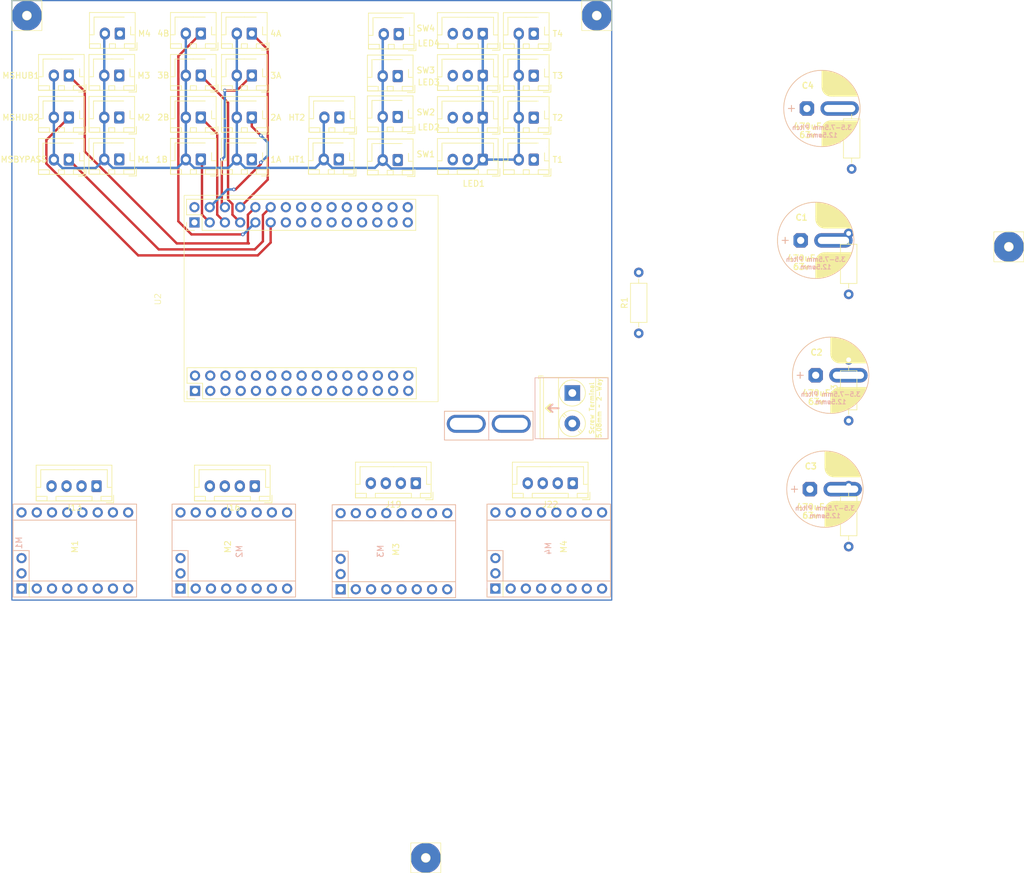
<source format=kicad_pcb>
(kicad_pcb (version 20241229) (generator "pcbnew") (generator_version "9.0")
  (layers (0 "F.Cu" signal) (2 "B.Cu" signal) (13 "F.Paste" user) (15 "B.Paste" user) (5 "F.SilkS" user "F.Silkscreen") (7 "B.SilkS" user "B.Silkscreen") (1 "F.Mask" user) (3 "B.Mask" user) (25 "Edge.Cuts" user))
  (net 0 "")
  (net 1 "GND")
  (net 2 "/M_UART")
  (net 3 "/UART_RX")
  (net 4 "+3V3")
  (net 5 "/AMotor/A2")
  (net 6 "/AMotor/B2")
  (net 7 "/AMotor/A1")
  (net 8 "/AMotor/B1")
  (net 9 "/BMotor/B2")
  (net 10 "/BMotor/B1")
  (net 11 "/BMotor/A2")
  (net 12 "/BMotor/A1")
  (net 13 "/CMotor/A2")
  (net 14 "/CMotor/B2")
  (net 15 "/CMotor/A1")
  (net 16 "/CMotor/B1")
  (net 18 "/M_VBUS")
  (net 24 "/3V3")
  (net 31 "/VIN")
  (net 32 "/SW_1")
  (net 33 "/DMotor/A1")
  (net 34 "/DMotor/A2")
  (net 35 "/DMotor/B1")
  (net 36 "/MS_1A")
  (net 37 "/MS_2A")
  (net 38 "/MS_3A")
  (net 39 "/MS_4A")
  (net 40 "/MS_1B")
  (net 41 "/MS_2B")
  (net 42 "/MS_3B")
  (net 43 "/MS_4B")
  (net 44 "/MB_EN")
  (net 45 "/MA_EN")
  (net 46 "/DC_3")
  (net 47 "/DC_4")
  (net 48 "/MA_STEP")
  (net 49 "/LED_3")
  (net 50 "/MD_STEP")
  (net 51 "/MD_EN")
  (net 52 "/LED_2")
  (net 53 "/MD_DIR")
  (net 54 "/LED_1")
  (net 55 "/LED_4")
  (net 56 "/MA_DIR")
  (net 57 "/DC_2")
  (net 58 "/DC_1")
  (net 63 "/MB_DIR")
  (net 64 "/MB_STEP")
  (net 65 "/MC_DIR")
  (net 66 "/MC_EN")
  (net 67 "/MC_STEP")
  (net 68 "/DMotor/B2")
  (net 69 "/SW_2")
  (net 70 "/SW_3")
  (net 71 "/MS_HUB1")
  (net 72 "/MS_HUB2")
  (net 73 "/MS_BYPASS")
  (net 74 "/SW_4")
  (net 75 "/CMotor/UART")
  (net 77 "/MA_DIAG")
  (net 78 "/THM_2")
  (net 80 "/THM_3")
  (net 81 "/MC_DIAG")
  (net 83 "/HT_C1")
  (net 89 "/MD_DIAG")
  (net 90 "/THM_1")
  (net 92 "/THM_4")
  (net 96 "/MB_DIAG")
  (net 99 "/HT_C2")
  (net 101 "/SP2")
  (net 102 "/SP1")
  (net 103 "/SP3")
  (net 104 "/SP4")
  (net 105 "/5V")
  (footprint "Resistor_THT:R_Axial_DIN0207_L6.3mm_D2.5mm_P10.16mm_Horizontal" (layer "F.Cu") (at 204.5 105.5 90)
    (property "Reference" "R1")
    (property "Value" "1kΩ")
  )
  (footprint "Connector_JST:JST_XH_B2B-XH-AM_1x02_P2.50mm_Vertical" (layer "F.Cu") (at 117.9 69.5 180)
    (property "Reference" "J12" (hide yes))
    (property "Value" "M2")
  )
  (footprint "OpenA1K:Mountinghole_m1.5" (layer "F.Cu") (at 266.203066 91.065)
    (property "Reference" "H2" (hide yes))
    (property "Value" "M1.5" (hide yes))
  )
  (footprint "Connector_JST:JST_XH_B2B-XH-AM_1x02_P2.50mm_Vertical" (layer "F.Cu") (at 118 55.5 180)
    (property "Reference" "J14" (hide yes))
    (property "Value" "M4")
  )
  (footprint "Connector_JST:JST_XH_B2B-XH-AM_1x02_P2.50mm_Vertical" (layer "F.Cu") (at 187 55.525 180)
    (property "Reference" "JS5" (hide yes))
    (property "Value" "T4")
  )
  (footprint "OpenA1K:TMC2209 Footprint" (layer "F.Cu") (at 128.11 148.08 90)
    (property "Reference" "M2")
    (property "Value" "TMC2209 Breakout" (hide yes))
  )
  (footprint "Resistor_THT:R_Axial_DIN0207_L6.3mm_D2.5mm_P10.16mm_Horizontal" (layer "F.Cu") (at 239.5 120.08 90)
    (property "Reference" "R3")
    (property "Value" "10kΩ")
  )
  (footprint "OpenA1K:Mountinghole_m1.5" (layer "F.Cu") (at 197.5 52.5)
    (property "Reference" "H5" (hide yes))
    (property "Value" "M1.5" (hide yes))
  )
  (footprint "Connector_JST:JST_XH_B3B-XH-A_1x03_P2.50mm_Vertical" (layer "F.Cu") (at 178.5 76.525 180)
    (property "Reference" "J5" (hide yes))
    (property "Value" "LED1")
  )
  (footprint "Connector_JST:JST_XH_B2B-XH-AM_1x02_P2.50mm_Vertical" (layer "F.Cu") (at 140 69.5 180)
    (property "Reference" "J2" (hide yes))
    (property "Value" "2A")
  )
  (footprint "Connector_JST:JST_XH_B2B-XH-AM_1x02_P2.50mm_Vertical" (layer "F.Cu") (at 164.321934 62.599 180)
    (property "Reference" "J24" (hide yes))
    (property "Value" "SW3")
  )
  (footprint "OpenA1K:Mountinghole_m1.5" (layer "F.Cu") (at 102.5 52.5)
    (property "Reference" "H1" (hide yes))
    (property "Value" "M1.5" (hide yes))
  )
  (footprint "Connector_JST:JST_XH_B2B-XH-AM_1x02_P2.50mm_Vertical" (layer "F.Cu") (at 117.9 62.5 180)
    (property "Reference" "J15" (hide yes))
    (property "Value" "M3")
  )
  (footprint "Connector_JST:JST_XH_B2B-XH-AM_1x02_P2.50mm_Vertical" (layer "F.Cu") (at 164.321934 69.409 180)
    (property "Reference" "J23" (hide yes))
    (property "Value" "SW2")
  )
  (footprint "Connector_JST:JST_XH_B2B-XH-AM_1x02_P2.50mm_Vertical" (layer "F.Cu") (at 140 62.5 180)
    (property "Reference" "J3" (hide yes))
    (property "Value" "3A")
  )
  (footprint "Connector_JST:JST_XH_B2B-XH-AM_1x02_P2.50mm_Vertical" (layer "F.Cu") (at 187 62.525 180)
    (property "Reference" "J31" (hide yes))
    (property "Value" "T3")
  )
  (footprint "OpenA1K:TMC2209 Footprint" (layer "F.Cu") (at 154.8 148.2 90)
    (property "Reference" "M3")
    (property "Value" "TMC2209 Breakout" (hide yes))
  )
  (footprint "Resistor_THT:R_Axial_DIN0207_L6.3mm_D2.5mm_P10.16mm_Horizontal" (layer "F.Cu") (at 240 78.08 90)
    (property "Reference" "R5")
    (property "Value" "10kΩ")
  )
  (footprint "Connector_JST:JST_XH_B2B-XH-AM_1x02_P2.50mm_Vertical" (layer "F.Cu") (at 164.321934 76.599 180)
    (property "Reference" "J21" (hide yes))
    (property "Value" "SW1")
  )
  (footprint "Connector_JST:JST_XH_B2B-XH-AM_1x02_P2.50mm_Vertical" (layer "F.Cu") (at 109.5 76.525 180)
    (property "Reference" "J27" (hide yes))
    (property "Value" "MSBYPASS")
  )
  (footprint "Connector_JST:JST_XH_B2B-XH-AM_1x02_P2.50mm_Vertical" (layer "F.Cu") (at 131.5 76.5 180)
    (property "Reference" "J6" (hide yes))
    (property "Value" "1B")
  )
  (footprint "OpenA1K:Socketed MCU STM32 64P" (layer "F.Cu") (at 168.386288 116.9722 90)
    (property "Reference" "U2")
    (property "Value" "~")
  )
  (footprint "Connector_JST:JST_XH_B2B-XH-AM_1x02_P2.50mm_Vertical" (layer "F.Cu") (at 187 69.525 180)
    (property "Reference" "J30" (hide yes))
    (property "Value" "T2")
  )
  (footprint "OpenA1K:1x2 Terminal Block" (layer "F.Cu") (at 193.429 115.455 -90)
    (property "Reference" "J10" (hide yes))
    (property "Value" "Screw_Terminal_01x02" (hide yes))
  )
  (footprint "Connector_JST:JST_XH_B2B-XH-AM_1x02_P2.50mm_Vertical" (layer "F.Cu") (at 109.5 62.5 180)
    (property "Reference" "J25" (hide yes))
    (property "Value" "MSHUB1")
  )
  (footprint "Connector_JST:JST_XH_B3B-XH-A_1x03_P2.50mm_Vertical" (layer "F.Cu") (at 178.5 69.525 180)
    (property "Reference" "J17" (hide yes))
    (property "Value" "LED2")
  )
  (footprint "Connector_JST:JST_XH_B4B-XH-A_1x04_P2.50mm_Vertical" (layer "F.Cu") (at 193.5 130.5 180)
    (property "Reference" "J22")
    (property "Value" "Conn_01x04")
  )
  (footprint "Connector_JST:JST_XH_B2B-XH-AM_1x02_P2.50mm_Vertical" (layer "F.Cu") (at 131.5 69.5 180)
    (property "Reference" "J7" (hide yes))
    (property "Value" "2B")
  )
  (footprint "OpenA1K:TMC2209 Footprint" (layer "F.Cu") (at 101.61 148.08 90)
    (property "Reference" "M1")
    (property "Value" "TMC2209 Breakout" (hide yes))
  )
  (footprint "Connector_JST:JST_XH_B2B-XH-AM_1x02_P2.50mm_Vertical" (layer "F.Cu") (at 140 76.5 180)
    (property "Reference" "J1" (hide yes))
    (property "Value" "1A")
  )
  (footprint "Connector_JST:JST_XH_B2B-XH-AM_1x02_P2.50mm_Vertical" (layer "F.Cu") (at 164.5 55.599 180)
    (property "Reference" "JS4" (hide yes))
    (property "Value" "SW4")
  )
  (footprint "OpenA1K:Cap ~ 12.5, 2.5mm-7.5mm pitch" (layer "F.Cu") (at 236.5 112.5)
    (property "Reference" "C2")
    (property "Value" "470uF")
  )
  (footprint "OpenA1K:Mountinghole_m1.5" (layer "F.Cu") (at 169 193)
    (property "Reference" "H4" (hide yes))
    (property "Value" "M1.5" (hide yes))
  )
  (footprint "Connector_JST:JST_XH_B2B-XH-AM_1x02_P2.50mm_Vertical" (layer "F.Cu") (at 131.5 55.5 180)
    (property "Reference" "J9" (hide yes))
    (property "Value" "4B")
  )
  (footprint "Connector_JST:JST_XH_B2B-XH-AM_1x02_P2.50mm_Vertical" (layer "F.Cu") (at 154.5 76.5 180)
    (property "Reference" "JS6" (hide yes))
    (property "Value" "HT1")
  )
  (footprint "OpenA1K:TMC2209 Footprint" (layer "F.Cu") (at 180.61 148.08 90)
    (property "Reference" "M4")
    (property "Value" "TMC2209 Breakout" (hide yes))
  )
  (footprint "OpenA1K:Updated ATO Mini-Blade_2Post" (layer "F.Cu") (at 179.5 120.5)
    (property "Reference" "F1" (hide yes))
    (property "Value" "Mini ATO Fuse")
  )
  (footprint "Connector_JST:JST_XH_B4B-XH-A_1x04_P2.50mm_Vertical" (layer "F.Cu") (at 114.11 131 180)
    (property "Reference" "J13")
    (property "Value" "Conn_01x04")
  )
  (footprint "Connector_JST:JST_XH_B3B-XH-A_1x03_P2.50mm_Vertical" (layer "F.Cu") (at 178.5 62.525 180)
    (property "Reference" "J18" (hide yes))
    (property "Value" "LED3")
  )
  (footprint "OpenA1K:Cap ~ 12.5, 2.5mm-7.5mm pitch" (layer "F.Cu") (at 234 90)
    (property "Reference" "C1")
    (property "Value" "470uF")
  )
  (footprint "Resistor_THT:R_Axial_DIN0207_L6.3mm_D2.5mm_P10.16mm_Horizontal" (layer "F.Cu") (at 239.5 141.08 90)
    (property "Reference" "R2")
    (property "Value" "10kΩ")
  )
  (footprint "Connector_JST:JST_XH_B4B-XH-A_1x04_P2.50mm_Vertical" (layer "F.Cu") (at 140.5 131 180)
    (property "Reference" "J16")
    (property "Value" "Conn_01x04")
  )
  (footprint "Connector_JST:JST_XH_B2B-XH-AM_1x02_P2.50mm_Vertical" (layer "F.Cu") (at 140 55.5 180)
    (property "Reference" "J4" (hide yes))
    (property "Value" "4A")
  )
  (footprint "Connector_JST:JST_XH_B3B-XH-A_1x03_P2.50mm_Vertical" (layer "F.Cu") (at 178.5 55.525 180)
    (property "Reference" "J20" (hide yes))
    (property "Value" "LED4")
  )
  (footprint "Connector_JST:JST_XH_B2B-XH-AM_1x02_P2.50mm_Vertical" (layer "F.Cu") (at 131.5 62.5 180)
    (property "Reference" "J8" (hide yes))
    (property "Value" "3B")
  )
  (footprint "Connector_JST:JST_XH_B2B-XH-AM_1x02_P2.50mm_Vertical" (layer "F.Cu") (at 109.5 69.5 180)
    (property "Reference" "J26" (hide yes))
    (property "Value" "MSHUB2")
  )
  (footprint "Resistor_THT:R_Axial_DIN0207_L6.3mm_D2.5mm_P10.16mm_Horizontal" (layer "F.Cu") (at 239.5 99 90)
    (property "Reference" "R4")
    (property "Value" "10kΩ")
  )
  (footprint "OpenA1K:Cap ~ 12.5, 2.5mm-7.5mm pitch" (layer "F.Cu") (at 235.54 131.5)
    (property "Reference" "C3")
    (property "Value" "470uF")
  )
  (footprint "Connector_JST:JST_XH_B2B-XH-AM_1x02_P2.50mm_Vertical" (layer "F.Cu") (at 117.9 76.5 180)
    (property "Reference" "J11" (hide yes))
    (property "Value" "M1")
  )
  (footprint "Connector_JST:JST_XH_B2B-XH-AM_1x02_P2.50mm_Vertical" (layer "F.Cu") (at 187 76.525 180)
    (property "Reference" "J29" (hide yes))
    (property "Value" "T1")
  )
  (footprint "OpenA1K:Cap ~ 12.5, 2.5mm-7.5mm pitch" (layer "F.Cu") (at 235.04 68)
    (property "Reference" "C4")
    (property "Value" "470uF")
  )
  (footprint "Connector_JST:JST_XH_B2B-XH-AM_1x02_P2.50mm_Vertical" (layer "F.Cu") (at 154.6 69.5 180)
    (property "Reference" "JS7" (hide yes))
    (property "Value" "HT2")
  )
  (footprint "Connector_JST:JST_XH_B4B-XH-A_1x04_P2.50mm_Vertical" (layer "F.Cu") (at 167.34 130.5 180)
    (property "Reference" "J19")
    (property "Value" "Conn_01x04")
  )
  (gr_rect (start 100 50) (end 200 150) (stroke (width 0.2)) (fill no) (layer "B.Cu") (net 1))
  (segment (start 129 76.5) (end 129 69.5) (width 0.4) (layer "B.Cu") (net 1))
  (segment (start 108.401 77.926) (end 113.974 77.926) (width 0.4) (layer "B.Cu") (net 1))
  (segment (start 153.401 77.901) (end 160.519934 77.901) (width 0.4) (layer "B.Cu") (net 1))
  (segment (start 129 69.5) (end 129 62.5) (width 0.4) (layer "B.Cu") (net 1))
  (segment (start 115.4 55.6) (end 115.5 55.5) (width 0.4) (layer "B.Cu") (net 1))
  (segment (start 130.401 77.901) (end 136.099 77.901) (width 0.4) (layer "B.Cu") (net 1))
  (segment (start 178.5 76.525) (end 178.5 69.525) (width 0.4) (layer "B.Cu") (net 1))
  (segment (start 115.4 76.5) (end 115.4 69.5) (width 0.4) (layer "B.Cu") (net 1))
  (segment (start 161.821934 69.409) (end 161.821934 62.599) (width 0.4) (layer "B.Cu") (net 1))
  (segment (start 129 62.5) (end 129 55.5) (width 0.4) (layer "B.Cu") (net 1))
  (segment (start 137.5 76.5) (end 137.5 69.5) (width 0.4) (layer "B.Cu") (net 1))
  (segment (start 163.222934 78) (end 177.025 78) (width 0.4) (layer "B.Cu") (net 1))
  (segment (start 127.599 77.901) (end 129 76.5) (width 0.4) (layer "B.Cu") (net 1))
  (segment (start 116.801 77.901) (end 127.599 77.901) (width 0.4) (layer "B.Cu") (net 1))
  (segment (start 107 76.525) (end 108.401 77.926) (width 0.4) (layer "B.Cu") (net 1))
  (segment (start 184.5 76.525) (end 184.5 69.525) (width 0.4) (layer "B.Cu") (net 1))
  (segment (start 184.5 62.525) (end 184.5 55.525) (width 0.4) (layer "B.Cu") (net 1))
  (segment (start 150.599 77.901) (end 152 76.5) (width 0.4) (layer "B.Cu") (net 1))
  (segment (start 138.901 77.901) (end 150.599 77.901) (width 0.4) (layer "B.Cu") (net 1))
  (segment (start 161.821934 55.777066) (end 162 55.599) (width 0.4) (layer "B.Cu") (net 1))
  (segment (start 178.5 69.525) (end 178.5 62.525) (width 0.4) (layer "B.Cu") (net 1))
  (segment (start 137.5 69.5) (end 137.5 62.5) (width 0.4) (layer "B.Cu") (net 1))
  (segment (start 161.821934 62.599) (end 161.821934 55.777066) (width 0.4) (layer "B.Cu") (net 1))
  (segment (start 136.099 77.901) (end 137.5 76.5) (width 0.4) (layer "B.Cu") (net 1))
  (segment (start 161.821934 76.599) (end 161.821934 69.409) (width 0.4) (layer "B.Cu") (net 1))
  (segment (start 129 76.5) (end 130.401 77.901) (width 0.4) (layer "B.Cu") (net 1))
  (segment (start 152 76.5) (end 153.401 77.901) (width 0.4) (layer "B.Cu") (net 1))
  (segment (start 178.5 76.525) (end 184.5 76.525) (width 0.4) (layer "B.Cu") (net 1))
  (segment (start 107 69.5) (end 107 76.525) (width 0.4) (layer "B.Cu") (net 1))
  (segment (start 177.025 78) (end 178.5 76.525) (width 0.4) (layer "B.Cu") (net 1))
  (segment (start 115.4 69.5) (end 115.4 62.5) (width 0.4) (layer "B.Cu") (net 1))
  (segment (start 152 76.5) (end 152 69.6) (width 0.4) (layer "B.Cu") (net 1))
  (segment (start 113.974 77.926) (end 115.4 76.5) (width 0.4) (layer "B.Cu") (net 1))
  (segment (start 115.4 62.5) (end 115.4 55.6) (width 0.4) (layer "B.Cu") (net 1))
  (segment (start 178.5 62.525) (end 178.5 55.525) (width 0.4) (layer "B.Cu") (net 1))
  (segment (start 107 62.5) (end 107 69.5) (width 0.4) (layer "B.Cu") (net 1))
  (segment (start 152 69.6) (end 152.1 69.5) (width 0.4) (layer "B.Cu") (net 1))
  (segment (start 115.4 76.5) (end 116.801 77.901) (width 0.4) (layer "B.Cu") (net 1))
  (segment (start 160.519934 77.901) (end 161.821934 76.599) (width 0.4) (layer "B.Cu") (net 1))
  (segment (start 137.5 62.5) (end 137.5 55.5) (width 0.4) (layer "B.Cu") (net 1))
  (segment (start 137.5 76.5) (end 138.901 77.901) (width 0.4) (layer "B.Cu") (net 1))
  (segment (start 161.821934 76.599) (end 163.222934 78) (width 0.4) (layer "B.Cu") (net 1))
  (segment (start 184.5 69.525) (end 184.5 62.525) (width 0.4) (layer "B.Cu") (net 1))
  (segment (start 140 71) (end 141.5 72.5) (width 0.4) (layer "F.Cu") (net 37))
  (segment (start 141.5 77) (end 141.5 77.27758) (width 0.4) (layer "F.Cu") (net 37))
  (segment (start 137.27758 81.5) (end 137 81.5) (width 0.4) (layer "F.Cu") (net 37))
  (segment (start 141.5 77.27758) (end 137.27758 81.5) (width 0.4) (layer "F.Cu") (net 37))
  (segment (start 140 69.5) (end 140 71) (width 0.4) (layer "F.Cu") (net 37))
  (via (at 137 81.5) (size 0.6) (drill 0.3) (layers "F.Cu" "B.Cu") (net 37))
  (via (at 141.5 72.5) (size 0.6) (drill 0.3) (layers "F.Cu" "B.Cu") (net 37))
  (via (at 141.5 77) (size 0.6) (drill 0.3) (layers "F.Cu" "B.Cu") (net 37))
  (segment (start 141.5 72.5) (end 142.651 73.651) (width 0.4) (layer "B.Cu") (net 37))
  (segment (start 142.651 73.651) (end 142.651 75.849) (width 0.4) (layer "B.Cu") (net 37))
  (segment (start 137 81.5) (end 135.94 81.5) (width 0.4) (layer "B.Cu") (net 37))
  (segment (start 135.94 81.5) (end 132.98 84.46) (width 0.4) (layer "B.Cu") (net 37))
  (segment (start 141.5 77) (end 141.75 76.75) (width 0.4) (layer "B.Cu") (net 37))
  (segment (start 142.651 75.849) (end 141.5 77) (width 0.4) (layer "B.Cu") (net 37))
  (segment (start 135 76.5) (end 135 83.94) (width 0.4) (layer "F.Cu") (net 38))
  (segment (start 135 83.94) (end 135.52 84.46) (width 0.4) (layer "F.Cu") (net 38))
  (segment (start 140 62.5) (end 137.5 65) (width 0.4) (layer "F.Cu") (net 38))
  (segment (start 137.5 65) (end 135.5 65) (width 0.4) (layer "F.Cu") (net 38))
  (via (at 135.5 65) (size 0.6) (drill 0.3) (layers "F.Cu" "B.Cu") (net 38))
  (via (at 135 76.5) (size 0.6) (drill 0.3) (layers "F.Cu" "B.Cu") (net 38))
  (segment (start 135.5 76) (end 135 76.5) (width 0.4) (layer "B.Cu") (net 38))
  (segment (start 135.5 65) (end 135.5 76) (width 0.4) (layer "B.Cu") (net 38))
  (segment (start 135 76.5) (end 135.088182 76.411818) (width 0.4) (layer "B.Cu") (net 38))
  (segment (start 140 55.5) (end 142.651 58.151) (width 0.4) (layer "F.Cu") (net 39))
  (segment (start 142.651 58.151) (end 142.651 79.869) (width 0.4) (layer "F.Cu") (net 39))
  (segment (start 142.651 79.869) (end 138.06 84.46) (width 0.4) (layer "F.Cu") (net 39))
  (segment (start 131.5 76.5) (end 131.691 76.691) (width 0.4) (layer "F.Cu") (net 40))
  (segment (start 131.691 76.691) (end 131.691 85.711) (width 0.4) (layer "F.Cu") (net 40))
  (segment (start 131.691 85.711) (end 132.98 87) (width 0.4) (layer "F.Cu") (net 40))
  (segment (start 131.5 69.5) (end 134.231 72.231) (width 0.4) (layer "F.Cu") (net 41))
  (segment (start 134.231 85.711) (end 135.52 87) (width 0.4) (layer "F.Cu") (net 41))
  (segment (start 134.231 72.231) (end 134.231 85.711) (width 0.4) (layer "F.Cu") (net 41))
  (segment (start 136.771 83.941818) (end 136.771 85.711) (width 0.4) (layer "F.Cu") (net 42))
  (segment (start 136.038182 83.209) (end 136.771 83.941818) (width 0.4) (layer "F.Cu") (net 42))
  (segment (start 136.771 85.711) (end 138.06 87) (width 0.4) (layer "F.Cu") (net 42))
  (segment (start 131.5 62.5) (end 136.038182 67.038182) (width 0.4) (layer "F.Cu") (net 42))
  (segment (start 136.038182 67.038182) (end 136.038182 83.209) (width 0.4) (layer "F.Cu") (net 42))
  (segment (start 131.5 55.5) (end 127.749 59.251) (width 0.4) (layer "F.Cu") (net 43))
  (segment (start 129.938 89) (end 138.5 89) (width 0.4) (layer "F.Cu") (net 43))
  (segment (start 127.749 59.251) (end 127.749 86.811) (width 0.4) (layer "F.Cu") (net 43))
  (segment (start 127.749 86.811) (end 129.938 89) (width 0.4) (layer "F.Cu") (net 43))
  (via (at 138.5 89) (size 0.6) (drill 0.3) (layers "F.Cu" "B.Cu") (net 43))
  (segment (start 138.6 89) (end 140.6 87) (width 0.4) (layer "B.Cu") (net 43))
  (segment (start 138.5 89) (end 138.6 89) (width 0.4) (layer "B.Cu") (net 43))
  (segment (start 139.5 90.5) (end 139.349 90.349) (width 0.4) (layer "F.Cu") (net 71))
  (segment (start 139.349 85.711) (end 140.6 84.46) (width 0.4) (layer "F.Cu") (net 71))
  (segment (start 112.151 75.170181) (end 127.480819 90.5) (width 0.4) (layer "F.Cu") (net 71))
  (segment (start 139.349 90.349) (end 139.349 85.711) (width 0.4) (layer "F.Cu") (net 71))
  (segment (start 127.480819 90.5) (end 139.5 90.5) (width 0.4) (layer "F.Cu") (net 71))
  (segment (start 109.5 62.5) (end 112.151 65.151) (width 0.4) (layer "F.Cu") (net 71))
  (segment (start 112.151 65.151) (end 112.151 75.170181) (width 0.4) (layer "F.Cu") (net 71))
  (segment (start 105.749 77.193181) (end 121.055819 92.5) (width 0.4) (layer "F.Cu") (net 72))
  (segment (start 105.749 73.251) (end 105.749 77.193181) (width 0.4) (layer "F.Cu") (net 72))
  (segment (start 143.14 90.36) (end 143.14 87) (width 0.4) (layer "F.Cu") (net 72))
  (segment (start 141 92.5) (end 143.14 90.36) (width 0.4) (layer "F.Cu") (net 72))
  (segment (start 121.055819 92.5) (end 141 92.5) (width 0.4) (layer "F.Cu") (net 72))
  (segment (start 109.5 69.5) (end 105.749 73.251) (width 0.4) (layer "F.Cu") (net 72))
  (segment (start 141.851 90.149) (end 141.851 85.749) (width 0.4) (layer "F.Cu") (net 73))
  (segment (start 141.851 85.749) (end 143.14 84.46) (width 0.4) (layer "F.Cu") (net 73))
  (segment (start 140.5 91.5) (end 141.851 90.149) (width 0.4) (layer "F.Cu") (net 73))
  (segment (start 109.5 76.525) (end 124.475 91.5) (width 0.4) (layer "F.Cu") (net 73))
  (segment (start 124.475 91.5) (end 140.5 91.5) (width 0.4) (layer "F.Cu") (net 73))
)
</source>
